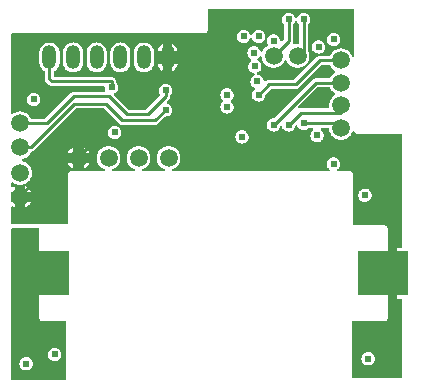
<source format=gbl>
G04 Layer: BottomLayer*
G04 EasyEDA v6.5.40, 2024-06-15 16:39:10*
G04 e63031535b224d068feaf967c7116de5,10*
G04 Gerber Generator version 0.2*
G04 Scale: 100 percent, Rotated: No, Reflected: No *
G04 Dimensions in millimeters *
G04 leading zeros omitted , absolute positions ,4 integer and 5 decimal *
%FSLAX45Y45*%
%MOMM*%

%AMMACRO1*21,1,$1,$2,0,0,$3*%
%ADD10C,0.2540*%
%ADD11C,1.5000*%
%ADD12MACRO1,4.2X3.8X0.0000*%
%ADD13O,1.1999976X1.9999959999999999*%
%ADD14C,0.6200*%
%ADD15C,0.0104*%

%LPD*%
G36*
X9961321Y7309561D02*
G01*
X9957562Y7310780D01*
X9954564Y7313320D01*
X9952786Y7316774D01*
X9952431Y7320686D01*
X9954310Y7325868D01*
X9956495Y7333081D01*
X9957308Y7341108D01*
X9957308Y7476185D01*
X9958019Y7479995D01*
X9960152Y7483246D01*
X9962946Y7486192D01*
X9968331Y7494168D01*
X9972446Y7503414D01*
X9974376Y7507224D01*
X9977678Y7509916D01*
X9981844Y7510983D01*
X9986060Y7510272D01*
X9989616Y7507884D01*
X9991852Y7504226D01*
X9993884Y7498486D01*
X9998557Y7490053D01*
X10004856Y7482331D01*
X10006533Y7479334D01*
X10007092Y7475931D01*
X10007092Y7324394D01*
X10006330Y7320534D01*
X10004094Y7317231D01*
X10000843Y7315047D01*
X9996932Y7314234D01*
X9988143Y7314234D01*
X9974783Y7312456D01*
X9965232Y7309815D01*
G37*

%LPD*%
G36*
X10008311Y6768490D02*
G01*
X10004145Y6770065D01*
X10001097Y6773316D01*
X9999675Y6777532D01*
X10000234Y6781952D01*
X10002621Y6785711D01*
X10160304Y6943394D01*
X10163606Y6945630D01*
X10167518Y6946392D01*
X10263682Y6946392D01*
X10267442Y6945680D01*
X10270642Y6943598D01*
X10272877Y6940499D01*
X10274706Y6936536D01*
X10281970Y6925157D01*
X10290657Y6914845D01*
X10300665Y6905802D01*
X10312095Y6897979D01*
X10314889Y6895084D01*
X10316362Y6891324D01*
X10316210Y6887260D01*
X10314533Y6883603D01*
X10311536Y6880859D01*
X10306100Y6877659D01*
X10295534Y6869328D01*
X10286136Y6859625D01*
X10278160Y6848805D01*
X10271709Y6836968D01*
X10266832Y6824370D01*
X10263733Y6811264D01*
X10262362Y6797852D01*
X10262819Y6784390D01*
X10263327Y6781444D01*
X10263124Y6777075D01*
X10261041Y6773214D01*
X10257586Y6770573D01*
X10253319Y6769608D01*
X10020808Y6769608D01*
G37*

%LPD*%
G36*
X10462768Y4483608D02*
G01*
X10458856Y4484370D01*
X10455605Y4486605D01*
X10453370Y4489856D01*
X10452608Y4493768D01*
X10452608Y4955032D01*
X10453370Y4958943D01*
X10455605Y4962194D01*
X10458856Y4964430D01*
X10462768Y4965192D01*
X10730890Y4965192D01*
X10737392Y4966004D01*
X10742930Y4968087D01*
X10748060Y4971643D01*
X10751108Y4974640D01*
X10753750Y4978247D01*
X10756239Y4983784D01*
X10757408Y4991252D01*
X10757408Y5752490D01*
X10756595Y5758992D01*
X10754512Y5764530D01*
X10750956Y5769660D01*
X10747959Y5772708D01*
X10744352Y5775350D01*
X10738815Y5777839D01*
X10731347Y5779008D01*
X10475468Y5779008D01*
X10471556Y5779770D01*
X10468305Y5782005D01*
X10466070Y5785256D01*
X10465308Y5789168D01*
X10465308Y6209690D01*
X10464495Y6216192D01*
X10462412Y6221730D01*
X10458856Y6226860D01*
X10455859Y6229908D01*
X10452252Y6232550D01*
X10446715Y6235039D01*
X10439247Y6236208D01*
X10340644Y6236208D01*
X10336530Y6237071D01*
X10333126Y6239560D01*
X10330992Y6243167D01*
X10330535Y6247384D01*
X10331805Y6251397D01*
X10334599Y6254546D01*
X10337292Y6256528D01*
X10343946Y6263487D01*
X10349331Y6271463D01*
X10353344Y6280251D01*
X10355732Y6289598D01*
X10356596Y6299200D01*
X10355732Y6308801D01*
X10353344Y6318148D01*
X10349331Y6326936D01*
X10343946Y6334912D01*
X10337292Y6341872D01*
X10329519Y6347612D01*
X10320883Y6351981D01*
X10311688Y6354775D01*
X10302138Y6356045D01*
X10292486Y6355588D01*
X10283037Y6353556D01*
X10274096Y6350000D01*
X10265867Y6344920D01*
X10258653Y6338570D01*
X10252557Y6331051D01*
X10247884Y6322618D01*
X10244683Y6313525D01*
X10243058Y6304026D01*
X10243058Y6294374D01*
X10244683Y6284874D01*
X10247884Y6275781D01*
X10252557Y6267348D01*
X10258653Y6259830D01*
X10265308Y6253988D01*
X10267746Y6250736D01*
X10268712Y6246774D01*
X10268102Y6242761D01*
X10265918Y6239357D01*
X10262565Y6237020D01*
X10258602Y6236208D01*
X8942070Y6236208D01*
X8938107Y6237020D01*
X8934805Y6239306D01*
X8932621Y6242710D01*
X8931960Y6246723D01*
X8932875Y6250635D01*
X8935262Y6253886D01*
X8938768Y6255969D01*
X8942070Y6257137D01*
X8954109Y6263182D01*
X8965234Y6270802D01*
X8975242Y6279845D01*
X8983929Y6290157D01*
X8991193Y6301536D01*
X8996832Y6313728D01*
X9000845Y6326632D01*
X9003080Y6339890D01*
X9003538Y6353352D01*
X9002166Y6366764D01*
X8999067Y6379870D01*
X8994190Y6392468D01*
X8987739Y6404305D01*
X8979763Y6415125D01*
X8970365Y6424828D01*
X8959799Y6433159D01*
X8948216Y6440017D01*
X8935770Y6445300D01*
X8922816Y6448856D01*
X8909456Y6450634D01*
X8895943Y6450634D01*
X8882583Y6448856D01*
X8869629Y6445300D01*
X8857183Y6440017D01*
X8845600Y6433159D01*
X8835034Y6424828D01*
X8825636Y6415125D01*
X8817660Y6404305D01*
X8811209Y6392468D01*
X8806332Y6379870D01*
X8803233Y6366764D01*
X8801862Y6353352D01*
X8802319Y6339890D01*
X8804554Y6326632D01*
X8808567Y6313728D01*
X8814206Y6301536D01*
X8821470Y6290157D01*
X8830157Y6279845D01*
X8840165Y6270802D01*
X8851290Y6263182D01*
X8863330Y6257137D01*
X8866632Y6255969D01*
X8870137Y6253886D01*
X8872524Y6250635D01*
X8873439Y6246723D01*
X8872778Y6242710D01*
X8870594Y6239306D01*
X8867292Y6237020D01*
X8863330Y6236208D01*
X8688070Y6236208D01*
X8684107Y6237020D01*
X8680805Y6239306D01*
X8678621Y6242710D01*
X8677960Y6246723D01*
X8678875Y6250635D01*
X8681262Y6253886D01*
X8684768Y6255969D01*
X8688070Y6257137D01*
X8700109Y6263182D01*
X8711234Y6270802D01*
X8721242Y6279845D01*
X8729929Y6290157D01*
X8737193Y6301536D01*
X8742832Y6313728D01*
X8746845Y6326632D01*
X8749080Y6339890D01*
X8749538Y6353352D01*
X8748166Y6366764D01*
X8745067Y6379870D01*
X8740190Y6392468D01*
X8733739Y6404305D01*
X8725763Y6415125D01*
X8716365Y6424828D01*
X8705799Y6433159D01*
X8694216Y6440017D01*
X8681770Y6445300D01*
X8668816Y6448856D01*
X8655456Y6450634D01*
X8641943Y6450634D01*
X8628583Y6448856D01*
X8615629Y6445300D01*
X8603183Y6440017D01*
X8591600Y6433159D01*
X8581034Y6424828D01*
X8571636Y6415125D01*
X8563660Y6404305D01*
X8557209Y6392468D01*
X8552332Y6379870D01*
X8549233Y6366764D01*
X8547862Y6353352D01*
X8548319Y6339890D01*
X8550554Y6326632D01*
X8554567Y6313728D01*
X8560206Y6301536D01*
X8567470Y6290157D01*
X8576157Y6279845D01*
X8586165Y6270802D01*
X8597290Y6263182D01*
X8609330Y6257137D01*
X8612632Y6255969D01*
X8616137Y6253886D01*
X8618524Y6250635D01*
X8619439Y6246723D01*
X8618778Y6242710D01*
X8616594Y6239306D01*
X8613292Y6237020D01*
X8609330Y6236208D01*
X8434070Y6236208D01*
X8430107Y6237020D01*
X8426805Y6239306D01*
X8424621Y6242710D01*
X8423960Y6246723D01*
X8424875Y6250635D01*
X8427262Y6253886D01*
X8430768Y6255969D01*
X8434070Y6257137D01*
X8446109Y6263182D01*
X8457234Y6270802D01*
X8467242Y6279845D01*
X8475929Y6290157D01*
X8483193Y6301536D01*
X8488832Y6313728D01*
X8492845Y6326632D01*
X8495080Y6339890D01*
X8495538Y6353352D01*
X8494166Y6366764D01*
X8491067Y6379870D01*
X8486190Y6392468D01*
X8479739Y6404305D01*
X8471763Y6415125D01*
X8462365Y6424828D01*
X8451799Y6433159D01*
X8440216Y6440017D01*
X8427770Y6445300D01*
X8414816Y6448856D01*
X8401456Y6450634D01*
X8387943Y6450634D01*
X8374583Y6448856D01*
X8361629Y6445300D01*
X8349183Y6440017D01*
X8337600Y6433159D01*
X8327034Y6424828D01*
X8317636Y6415125D01*
X8309660Y6404305D01*
X8303209Y6392468D01*
X8298332Y6379870D01*
X8295233Y6366764D01*
X8293862Y6353352D01*
X8294319Y6339890D01*
X8296554Y6326632D01*
X8300567Y6313728D01*
X8306206Y6301536D01*
X8313470Y6290157D01*
X8322157Y6279845D01*
X8332165Y6270802D01*
X8343290Y6263182D01*
X8355330Y6257137D01*
X8358631Y6255969D01*
X8362137Y6253886D01*
X8364524Y6250635D01*
X8365439Y6246723D01*
X8364778Y6242710D01*
X8362594Y6239306D01*
X8359292Y6237020D01*
X8355330Y6236208D01*
X8180070Y6236208D01*
X8177275Y6236766D01*
X8174380Y6236208D01*
X8107019Y6236208D01*
X8104124Y6236766D01*
X8101330Y6236208D01*
X8077809Y6236208D01*
X8071307Y6235395D01*
X8065770Y6233312D01*
X8060639Y6229756D01*
X8057591Y6226759D01*
X8054949Y6223152D01*
X8052460Y6217615D01*
X8051292Y6210147D01*
X8051292Y5801868D01*
X8050530Y5797956D01*
X8048294Y5794705D01*
X8045043Y5792470D01*
X8041131Y5791708D01*
X7579868Y5791708D01*
X7575956Y5792470D01*
X7572705Y5794705D01*
X7570470Y5797956D01*
X7569708Y5801868D01*
X7569708Y5930392D01*
X7570673Y5934659D01*
X7573314Y5938113D01*
X7577175Y5940145D01*
X7581544Y5940399D01*
X7585608Y5938723D01*
X7593990Y5932982D01*
X7601559Y5929172D01*
X7601559Y5975959D01*
X7579868Y5975959D01*
X7575956Y5976721D01*
X7572705Y5978906D01*
X7570470Y5982208D01*
X7569708Y5986119D01*
X7569708Y6053480D01*
X7570470Y6057392D01*
X7572705Y6060694D01*
X7575956Y6062878D01*
X7579868Y6063640D01*
X7601559Y6063640D01*
X7601559Y6110528D01*
X7599883Y6109817D01*
X7588300Y6102959D01*
X7586167Y6101283D01*
X7582103Y6099352D01*
X7577581Y6099352D01*
X7573518Y6101334D01*
X7570724Y6104839D01*
X7569708Y6109258D01*
X7569708Y6133592D01*
X7570673Y6137859D01*
X7573314Y6141313D01*
X7577175Y6143345D01*
X7581544Y6143599D01*
X7585608Y6141923D01*
X7593990Y6136182D01*
X7605522Y6130391D01*
X7608519Y6128054D01*
X7609128Y6127038D01*
X7611211Y6127546D01*
X7615021Y6126988D01*
X7618730Y6125718D01*
X7631938Y6123025D01*
X7645400Y6122111D01*
X7658862Y6123025D01*
X7672070Y6125718D01*
X7675778Y6126988D01*
X7679588Y6127546D01*
X7681671Y6127038D01*
X7682280Y6128054D01*
X7685278Y6130391D01*
X7696809Y6136182D01*
X7707934Y6143802D01*
X7717942Y6152845D01*
X7726629Y6163157D01*
X7733893Y6174536D01*
X7739532Y6186728D01*
X7743545Y6199632D01*
X7745780Y6212890D01*
X7746238Y6226352D01*
X7744866Y6239764D01*
X7741767Y6252870D01*
X7736890Y6265468D01*
X7730439Y6277305D01*
X7722463Y6288125D01*
X7713065Y6297828D01*
X7702499Y6306159D01*
X7690916Y6313017D01*
X7678470Y6318300D01*
X7668056Y6321145D01*
X7664094Y6323279D01*
X7661402Y6326886D01*
X7660589Y6331305D01*
X7661706Y6335623D01*
X7664602Y6339078D01*
X7668717Y6340906D01*
X7672070Y6341618D01*
X7684770Y6346037D01*
X7696809Y6352082D01*
X7707934Y6359702D01*
X7717942Y6368745D01*
X7726629Y6379057D01*
X7733893Y6390436D01*
X7736433Y6395872D01*
X7738973Y6399276D01*
X7742681Y6401358D01*
X7749031Y6403289D01*
X7755737Y6406845D01*
X7761935Y6411976D01*
X8115604Y6765594D01*
X8118906Y6767830D01*
X8122818Y6768592D01*
X8349081Y6768592D01*
X8352993Y6767830D01*
X8356295Y6765594D01*
X8481364Y6640575D01*
X8487562Y6635445D01*
X8494268Y6631889D01*
X8501481Y6629704D01*
X8509508Y6628892D01*
X8788654Y6628892D01*
X8796680Y6629704D01*
X8803894Y6631889D01*
X8810599Y6635445D01*
X8816797Y6640575D01*
X8872880Y6696608D01*
X8876385Y6698894D01*
X8890152Y6700824D01*
X8899347Y6703618D01*
X8907983Y6707987D01*
X8915755Y6713728D01*
X8922410Y6720687D01*
X8927795Y6728663D01*
X8931808Y6737451D01*
X8934196Y6746798D01*
X8935059Y6756400D01*
X8934196Y6766001D01*
X8931808Y6775348D01*
X8927795Y6784136D01*
X8922410Y6792112D01*
X8915755Y6799072D01*
X8907983Y6804812D01*
X8899347Y6809181D01*
X8893352Y6811009D01*
X8889695Y6813042D01*
X8887155Y6816293D01*
X8886139Y6820357D01*
X8886850Y6824421D01*
X8889136Y6827926D01*
X8904224Y6843064D01*
X8909354Y6849262D01*
X8912910Y6855968D01*
X8915095Y6863181D01*
X8915908Y6871208D01*
X8915908Y6875780D01*
X8916619Y6879590D01*
X8918752Y6882841D01*
X8921546Y6885787D01*
X8926931Y6893763D01*
X8930944Y6902551D01*
X8933332Y6911898D01*
X8934196Y6921500D01*
X8933332Y6931101D01*
X8930944Y6940448D01*
X8926931Y6949236D01*
X8921546Y6957212D01*
X8914892Y6964172D01*
X8907119Y6969912D01*
X8898483Y6974281D01*
X8889288Y6977075D01*
X8879738Y6978345D01*
X8870086Y6977888D01*
X8860637Y6975856D01*
X8851696Y6972300D01*
X8843467Y6967220D01*
X8836253Y6960870D01*
X8830157Y6953351D01*
X8825484Y6944918D01*
X8822283Y6935825D01*
X8820658Y6926325D01*
X8820658Y6916674D01*
X8822283Y6907174D01*
X8825484Y6898081D01*
X8830564Y6888988D01*
X8831783Y6884822D01*
X8831224Y6880504D01*
X8828836Y6876846D01*
X8711895Y6759905D01*
X8708593Y6757670D01*
X8704681Y6756908D01*
X8567318Y6756908D01*
X8563406Y6757670D01*
X8560104Y6759905D01*
X8440978Y6879031D01*
X8438845Y6882180D01*
X8437981Y6885889D01*
X8438591Y6889648D01*
X8440572Y6892950D01*
X8443569Y6895287D01*
X8449919Y6898487D01*
X8457692Y6904228D01*
X8464346Y6911187D01*
X8469731Y6919163D01*
X8473744Y6927951D01*
X8476132Y6937298D01*
X8476996Y6946900D01*
X8476132Y6956501D01*
X8473744Y6965848D01*
X8469731Y6974636D01*
X8464346Y6982612D01*
X8461552Y6985558D01*
X8459419Y6988809D01*
X8458708Y6992620D01*
X8458708Y6997192D01*
X8457895Y7005218D01*
X8455710Y7012431D01*
X8452154Y7019137D01*
X8447379Y7024979D01*
X8441537Y7029754D01*
X8434832Y7033310D01*
X8427618Y7035495D01*
X8419592Y7036308D01*
X7943342Y7036308D01*
X7939430Y7037070D01*
X7936179Y7039305D01*
X7933944Y7042556D01*
X7933181Y7046468D01*
X7933181Y7078268D01*
X7933842Y7081824D01*
X7935671Y7084923D01*
X7938465Y7087209D01*
X7941106Y7088631D01*
X7950962Y7095998D01*
X7959598Y7104634D01*
X7966964Y7114489D01*
X7972806Y7125208D01*
X7977124Y7136688D01*
X7979714Y7148677D01*
X7980629Y7161275D01*
X7980629Y7240524D01*
X7979714Y7253122D01*
X7977124Y7265111D01*
X7972806Y7276592D01*
X7966964Y7287310D01*
X7959598Y7297115D01*
X7950962Y7305802D01*
X7941106Y7313168D01*
X7930388Y7319009D01*
X7918907Y7323328D01*
X7906918Y7325918D01*
X7894675Y7326782D01*
X7882483Y7325918D01*
X7870494Y7323328D01*
X7859014Y7319009D01*
X7848244Y7313168D01*
X7838440Y7305802D01*
X7829803Y7297115D01*
X7822438Y7287310D01*
X7816596Y7276592D01*
X7812278Y7265111D01*
X7809687Y7253122D01*
X7808772Y7240524D01*
X7808772Y7161275D01*
X7809687Y7148677D01*
X7812278Y7136688D01*
X7816596Y7125208D01*
X7822438Y7114489D01*
X7829803Y7104634D01*
X7838440Y7095998D01*
X7848244Y7088631D01*
X7850682Y7087362D01*
X7853476Y7085075D01*
X7855305Y7081977D01*
X7855966Y7078421D01*
X7855966Y7015734D01*
X7856778Y7007707D01*
X7858963Y7000494D01*
X7862519Y6993788D01*
X7867650Y6987590D01*
X7884464Y6970775D01*
X7890662Y6965645D01*
X7897368Y6962089D01*
X7904581Y6959904D01*
X7912608Y6959092D01*
X8353298Y6959092D01*
X8357158Y6958330D01*
X8360460Y6956094D01*
X8362645Y6952843D01*
X8363458Y6948931D01*
X8363458Y6942074D01*
X8365083Y6932574D01*
X8368487Y6922871D01*
X8369046Y6919061D01*
X8368182Y6915302D01*
X8365947Y6912152D01*
X8362696Y6910019D01*
X8358936Y6909308D01*
X8103108Y6909308D01*
X8095081Y6908495D01*
X8087868Y6906310D01*
X8081162Y6902754D01*
X8074964Y6897624D01*
X7860995Y6683705D01*
X7857693Y6681470D01*
X7853781Y6680708D01*
X7745018Y6680708D01*
X7741513Y6681368D01*
X7738414Y6683197D01*
X7736128Y6685991D01*
X7730439Y6696405D01*
X7722463Y6707225D01*
X7713065Y6716928D01*
X7702499Y6725259D01*
X7690916Y6732117D01*
X7678470Y6737400D01*
X7665516Y6740956D01*
X7652156Y6742734D01*
X7638643Y6742734D01*
X7625283Y6740956D01*
X7612329Y6737400D01*
X7599883Y6732117D01*
X7588300Y6725259D01*
X7586167Y6723583D01*
X7582103Y6721652D01*
X7577581Y6721652D01*
X7573518Y6723634D01*
X7570724Y6727139D01*
X7569708Y6731558D01*
X7569708Y7393431D01*
X7570470Y7397343D01*
X7572705Y7400594D01*
X7575956Y7402830D01*
X7579868Y7403592D01*
X9206890Y7403592D01*
X9213392Y7404404D01*
X9218930Y7406487D01*
X9224060Y7410043D01*
X9227108Y7413040D01*
X9229750Y7416647D01*
X9232239Y7422184D01*
X9233408Y7429652D01*
X9233408Y7596631D01*
X9234170Y7600543D01*
X9236405Y7603794D01*
X9239656Y7606030D01*
X9243568Y7606792D01*
X10466832Y7606792D01*
X10470743Y7606030D01*
X10473994Y7603794D01*
X10476230Y7600543D01*
X10476992Y7596631D01*
X10476992Y7214768D01*
X10476230Y7210856D01*
X10473944Y7207554D01*
X10470642Y7205319D01*
X10466679Y7204608D01*
X10462768Y7205472D01*
X10459516Y7207758D01*
X10457332Y7211110D01*
X10454690Y7217968D01*
X10448239Y7229805D01*
X10440263Y7240625D01*
X10430865Y7250328D01*
X10420299Y7258659D01*
X10408716Y7265517D01*
X10396270Y7270800D01*
X10383316Y7274356D01*
X10369956Y7276134D01*
X10356443Y7276134D01*
X10343083Y7274356D01*
X10330129Y7270800D01*
X10317683Y7265517D01*
X10306100Y7258659D01*
X10295534Y7250328D01*
X10286136Y7240625D01*
X10278160Y7229805D01*
X10272471Y7219391D01*
X10270185Y7216597D01*
X10267086Y7214768D01*
X10263581Y7214108D01*
X10186924Y7214108D01*
X10182910Y7214920D01*
X10181488Y7215936D01*
X10180777Y7215022D01*
X10177221Y7213142D01*
X10170668Y7211110D01*
X10163962Y7207554D01*
X10157764Y7202424D01*
X9969195Y7013905D01*
X9965893Y7011670D01*
X9961981Y7010908D01*
X9754108Y7010908D01*
X9746081Y7010095D01*
X9738868Y7007910D01*
X9732213Y7004405D01*
X9724898Y6998258D01*
X9720986Y6996226D01*
X9716566Y6996023D01*
X9712502Y6997700D01*
X9709556Y7000951D01*
X9708235Y7005167D01*
X9708032Y7007301D01*
X9705644Y7016648D01*
X9701631Y7025436D01*
X9696246Y7033412D01*
X9689592Y7040372D01*
X9681819Y7046112D01*
X9673183Y7050481D01*
X9663988Y7053275D01*
X9659061Y7053935D01*
X9655048Y7055358D01*
X9651949Y7058304D01*
X9650374Y7062266D01*
X9650526Y7066584D01*
X9652457Y7070394D01*
X9655810Y7073087D01*
X9662109Y7076287D01*
X9669881Y7082028D01*
X9676587Y7088987D01*
X9681972Y7096963D01*
X9685934Y7105751D01*
X9688372Y7115098D01*
X9689185Y7124700D01*
X9688372Y7134301D01*
X9685934Y7143648D01*
X9681972Y7152436D01*
X9676587Y7160412D01*
X9669881Y7167372D01*
X9662109Y7173112D01*
X9659467Y7174484D01*
X9656216Y7177024D01*
X9654286Y7180681D01*
X9653930Y7184745D01*
X9655251Y7188657D01*
X9657994Y7191705D01*
X9664192Y7196328D01*
X9670846Y7203287D01*
X9673031Y7206538D01*
X9675926Y7209332D01*
X9679635Y7210806D01*
X9683597Y7210755D01*
X9687306Y7209180D01*
X9690049Y7206284D01*
X9691471Y7202525D01*
X9693554Y7190231D01*
X9697567Y7177328D01*
X9703206Y7165136D01*
X9710470Y7153757D01*
X9719157Y7143445D01*
X9729165Y7134402D01*
X9740290Y7126782D01*
X9752330Y7120737D01*
X9765030Y7116318D01*
X9778238Y7113625D01*
X9791700Y7112711D01*
X9805162Y7113625D01*
X9818370Y7116318D01*
X9831070Y7120737D01*
X9843109Y7126782D01*
X9854234Y7134402D01*
X9864242Y7143445D01*
X9872929Y7153757D01*
X9880193Y7165136D01*
X9884105Y7173569D01*
X9886340Y7176668D01*
X9889540Y7178700D01*
X9893300Y7179411D01*
X9897059Y7178700D01*
X9900259Y7176668D01*
X9902494Y7173569D01*
X9906406Y7165136D01*
X9913670Y7153757D01*
X9922357Y7143445D01*
X9932365Y7134402D01*
X9943490Y7126782D01*
X9955530Y7120737D01*
X9968230Y7116318D01*
X9981438Y7113625D01*
X9994900Y7112711D01*
X10008362Y7113625D01*
X10021570Y7116318D01*
X10034270Y7120737D01*
X10046309Y7126782D01*
X10057434Y7134402D01*
X10067442Y7143445D01*
X10076129Y7153757D01*
X10083393Y7165136D01*
X10089032Y7177328D01*
X10093045Y7190231D01*
X10095280Y7203490D01*
X10095738Y7216952D01*
X10094366Y7230364D01*
X10091267Y7243470D01*
X10086390Y7256068D01*
X10084612Y7259980D01*
X10084308Y7262520D01*
X10084308Y7476185D01*
X10085019Y7479995D01*
X10087152Y7483246D01*
X10089946Y7486192D01*
X10095331Y7494168D01*
X10099344Y7502956D01*
X10101732Y7512303D01*
X10102596Y7521905D01*
X10101732Y7531506D01*
X10099344Y7540853D01*
X10095331Y7549642D01*
X10089946Y7557617D01*
X10083292Y7564577D01*
X10075519Y7570317D01*
X10066883Y7574686D01*
X10057688Y7577480D01*
X10048138Y7578750D01*
X10038486Y7578293D01*
X10029037Y7576261D01*
X10020096Y7572705D01*
X10011867Y7567625D01*
X10004653Y7561275D01*
X9998557Y7553756D01*
X9993884Y7545324D01*
X9991852Y7539583D01*
X9989616Y7535925D01*
X9986060Y7533538D01*
X9981844Y7532827D01*
X9977678Y7533894D01*
X9974376Y7536586D01*
X9968331Y7549642D01*
X9962946Y7557617D01*
X9956292Y7564577D01*
X9948519Y7570317D01*
X9939883Y7574686D01*
X9930688Y7577480D01*
X9921138Y7578750D01*
X9911486Y7578293D01*
X9902037Y7576261D01*
X9893096Y7572705D01*
X9884867Y7567625D01*
X9877653Y7561275D01*
X9871557Y7553756D01*
X9866884Y7545324D01*
X9863683Y7536230D01*
X9862058Y7526731D01*
X9862058Y7517079D01*
X9863683Y7507579D01*
X9866884Y7498486D01*
X9871557Y7490053D01*
X9877856Y7482331D01*
X9879533Y7479334D01*
X9880092Y7475931D01*
X9880092Y7360818D01*
X9879330Y7356906D01*
X9877094Y7353604D01*
X9865258Y7341768D01*
X9862058Y7339584D01*
X9858349Y7338771D01*
X9854590Y7339380D01*
X9851288Y7341362D01*
X9848951Y7344409D01*
X9847935Y7348067D01*
X9847732Y7350201D01*
X9845344Y7359548D01*
X9841331Y7368336D01*
X9835946Y7376312D01*
X9829292Y7383272D01*
X9821519Y7389012D01*
X9812883Y7393381D01*
X9803688Y7396175D01*
X9794138Y7397445D01*
X9784486Y7396988D01*
X9775037Y7394956D01*
X9766096Y7391400D01*
X9757867Y7386320D01*
X9750653Y7379970D01*
X9744557Y7372451D01*
X9739782Y7363866D01*
X9737242Y7360920D01*
X9733788Y7359091D01*
X9732467Y7358989D01*
X9733838Y7357770D01*
X9735667Y7354011D01*
X9735820Y7349845D01*
X9735058Y7345425D01*
X9735058Y7335774D01*
X9736683Y7326274D01*
X9739884Y7317181D01*
X9742322Y7312863D01*
X9743490Y7309154D01*
X9743236Y7305243D01*
X9741509Y7301738D01*
X9738614Y7299147D01*
X9734600Y7296759D01*
X9724034Y7288428D01*
X9714636Y7278725D01*
X9706660Y7267905D01*
X9700209Y7256068D01*
X9697618Y7251852D01*
X9694062Y7249515D01*
X9689846Y7248906D01*
X9685782Y7249972D01*
X9682530Y7252665D01*
X9680600Y7256475D01*
X9680244Y7257948D01*
X9676231Y7266736D01*
X9670846Y7274712D01*
X9664192Y7281672D01*
X9656419Y7287412D01*
X9647783Y7291781D01*
X9638588Y7294575D01*
X9629038Y7295845D01*
X9619386Y7295388D01*
X9609937Y7293356D01*
X9600996Y7289800D01*
X9592767Y7284720D01*
X9585553Y7278370D01*
X9579457Y7270851D01*
X9574784Y7262418D01*
X9571583Y7253325D01*
X9569958Y7243825D01*
X9569958Y7234174D01*
X9571583Y7224674D01*
X9574784Y7215581D01*
X9579457Y7207148D01*
X9585553Y7199630D01*
X9592767Y7193280D01*
X9600133Y7188758D01*
X9603130Y7185914D01*
X9604756Y7182154D01*
X9604756Y7178040D01*
X9603130Y7174280D01*
X9600133Y7171436D01*
X9598507Y7170420D01*
X9591243Y7164070D01*
X9585198Y7156551D01*
X9580473Y7148118D01*
X9577273Y7139025D01*
X9575647Y7129525D01*
X9575647Y7119874D01*
X9577273Y7110374D01*
X9580473Y7101281D01*
X9585198Y7092848D01*
X9591243Y7085330D01*
X9598507Y7078980D01*
X9606686Y7073900D01*
X9615678Y7070344D01*
X9625584Y7068159D01*
X9629495Y7066432D01*
X9632340Y7063181D01*
X9633559Y7059117D01*
X9633051Y7054850D01*
X9630765Y7051243D01*
X9618167Y7043420D01*
X9610953Y7037070D01*
X9604857Y7029551D01*
X9600184Y7021118D01*
X9596983Y7012025D01*
X9595358Y7002525D01*
X9595358Y6992874D01*
X9596983Y6983374D01*
X9600184Y6974281D01*
X9604857Y6965848D01*
X9610953Y6958330D01*
X9618167Y6951980D01*
X9626396Y6946900D01*
X9628022Y6946239D01*
X9631476Y6944004D01*
X9633712Y6940550D01*
X9634423Y6936486D01*
X9633458Y6932472D01*
X9630968Y6929221D01*
X9623653Y6922770D01*
X9617557Y6915251D01*
X9612884Y6906818D01*
X9609683Y6897725D01*
X9608058Y6888225D01*
X9608058Y6878574D01*
X9609683Y6869074D01*
X9612884Y6859981D01*
X9617557Y6851548D01*
X9623653Y6844030D01*
X9630867Y6837680D01*
X9639096Y6832600D01*
X9648037Y6829044D01*
X9657486Y6827012D01*
X9667138Y6826554D01*
X9676688Y6827824D01*
X9685883Y6830618D01*
X9694519Y6834987D01*
X9702292Y6840728D01*
X9708946Y6847687D01*
X9714331Y6855663D01*
X9718344Y6864451D01*
X9720732Y6873798D01*
X9721443Y6882180D01*
X9722358Y6885584D01*
X9724390Y6888530D01*
X9766604Y6930694D01*
X9769906Y6932930D01*
X9773818Y6933692D01*
X9981692Y6933692D01*
X9989718Y6934504D01*
X9996932Y6936689D01*
X10003637Y6940245D01*
X10009835Y6945375D01*
X10198404Y7133894D01*
X10201706Y7136130D01*
X10205618Y7136892D01*
X10263682Y7136892D01*
X10267442Y7136180D01*
X10270642Y7134098D01*
X10272877Y7130999D01*
X10274706Y7127036D01*
X10281970Y7115657D01*
X10290657Y7105345D01*
X10300665Y7096302D01*
X10312095Y7088479D01*
X10314889Y7085584D01*
X10316362Y7081824D01*
X10316210Y7077760D01*
X10314533Y7074103D01*
X10311536Y7071359D01*
X10306100Y7068159D01*
X10295534Y7059828D01*
X10286136Y7050125D01*
X10278160Y7039305D01*
X10272471Y7028891D01*
X10270185Y7026097D01*
X10267086Y7024268D01*
X10263581Y7023608D01*
X10147808Y7023608D01*
X10139781Y7022795D01*
X10132568Y7020610D01*
X10125862Y7017054D01*
X10119664Y7011924D01*
X9796729Y6688988D01*
X9793630Y6686905D01*
X9789972Y6686042D01*
X9784486Y6685788D01*
X9775037Y6683756D01*
X9766096Y6680200D01*
X9757867Y6675120D01*
X9750653Y6668770D01*
X9744557Y6661251D01*
X9739884Y6652818D01*
X9736683Y6643725D01*
X9735058Y6634225D01*
X9735058Y6624574D01*
X9736683Y6615074D01*
X9739884Y6605981D01*
X9744557Y6597548D01*
X9750653Y6590030D01*
X9757867Y6583680D01*
X9766096Y6578600D01*
X9775037Y6575044D01*
X9784486Y6573012D01*
X9794138Y6572554D01*
X9803688Y6573824D01*
X9812883Y6576618D01*
X9821519Y6580987D01*
X9829292Y6586728D01*
X9835946Y6593687D01*
X9841331Y6601663D01*
X9845446Y6610908D01*
X9847376Y6614718D01*
X9850678Y6617411D01*
X9854844Y6618478D01*
X9859060Y6617766D01*
X9862616Y6615379D01*
X9864852Y6611721D01*
X9866884Y6605981D01*
X9871557Y6597548D01*
X9877653Y6590030D01*
X9884867Y6583680D01*
X9893096Y6578600D01*
X9902037Y6575044D01*
X9911486Y6573012D01*
X9921138Y6572554D01*
X9930688Y6573824D01*
X9939883Y6576618D01*
X9948519Y6580987D01*
X9956292Y6586728D01*
X9962946Y6593687D01*
X9968331Y6601663D01*
X9972344Y6610451D01*
X9974326Y6618224D01*
X9976256Y6622034D01*
X9979609Y6624726D01*
X9983724Y6625793D01*
X9987940Y6625081D01*
X9991496Y6622694D01*
X9998557Y6610248D01*
X10004653Y6602730D01*
X10011867Y6596380D01*
X10020096Y6591300D01*
X10029037Y6587744D01*
X10038486Y6585712D01*
X10048138Y6585254D01*
X10057688Y6586524D01*
X10066883Y6589318D01*
X10075519Y6593687D01*
X10087559Y6602679D01*
X10091521Y6603492D01*
X10118902Y6603492D01*
X10122865Y6602679D01*
X10126218Y6600342D01*
X10128402Y6596938D01*
X10129012Y6592925D01*
X10128046Y6588963D01*
X10125608Y6585712D01*
X10118953Y6579870D01*
X10112857Y6572351D01*
X10108184Y6563918D01*
X10104983Y6554825D01*
X10103358Y6545326D01*
X10103358Y6535674D01*
X10104983Y6526174D01*
X10108184Y6517081D01*
X10112857Y6508648D01*
X10118953Y6501130D01*
X10126167Y6494780D01*
X10134396Y6489700D01*
X10143337Y6486144D01*
X10152786Y6484112D01*
X10162438Y6483654D01*
X10171988Y6484924D01*
X10181183Y6487718D01*
X10189819Y6492087D01*
X10197592Y6497828D01*
X10204246Y6504787D01*
X10209631Y6512763D01*
X10213644Y6521551D01*
X10216032Y6530898D01*
X10216896Y6540500D01*
X10216032Y6550101D01*
X10213644Y6559448D01*
X10209631Y6568236D01*
X10204246Y6576212D01*
X10197592Y6583172D01*
X10194899Y6585153D01*
X10192105Y6588302D01*
X10190835Y6592316D01*
X10191292Y6596532D01*
X10193426Y6600139D01*
X10196830Y6602628D01*
X10200944Y6603492D01*
X10252659Y6603492D01*
X10256164Y6602882D01*
X10259263Y6601053D01*
X10261498Y6598361D01*
X10262717Y6594957D01*
X10265054Y6580581D01*
X10269067Y6567728D01*
X10274706Y6555536D01*
X10281970Y6544157D01*
X10290657Y6533845D01*
X10300665Y6524802D01*
X10311790Y6517182D01*
X10323830Y6511137D01*
X10336530Y6506718D01*
X10349738Y6504025D01*
X10363200Y6503111D01*
X10376662Y6504025D01*
X10389870Y6506718D01*
X10402570Y6511137D01*
X10414609Y6517182D01*
X10425734Y6524802D01*
X10435742Y6533845D01*
X10444429Y6544157D01*
X10451693Y6555536D01*
X10457332Y6567728D01*
X10458653Y6571945D01*
X10460685Y6575602D01*
X10463987Y6578092D01*
X10468051Y6579108D01*
X10472166Y6578346D01*
X10475620Y6576059D01*
X10477855Y6572554D01*
X10479887Y6567170D01*
X10483443Y6562039D01*
X10486440Y6558991D01*
X10490047Y6556349D01*
X10495584Y6553860D01*
X10503052Y6552692D01*
X10873232Y6552692D01*
X10877143Y6551930D01*
X10880394Y6549694D01*
X10882630Y6546443D01*
X10883392Y6542531D01*
X10883392Y5598160D01*
X10882630Y5594299D01*
X10880394Y5590997D01*
X10877143Y5588762D01*
X10873232Y5588000D01*
X10833557Y5588000D01*
X10833557Y5473446D01*
X10873232Y5473446D01*
X10877143Y5472684D01*
X10880394Y5470448D01*
X10882630Y5467197D01*
X10883392Y5463286D01*
X10883392Y5280914D01*
X10882630Y5277002D01*
X10880394Y5273751D01*
X10877143Y5271516D01*
X10873232Y5270754D01*
X10833557Y5270754D01*
X10833557Y5156200D01*
X10873232Y5156200D01*
X10877143Y5155438D01*
X10880394Y5153202D01*
X10882630Y5149900D01*
X10883392Y5146040D01*
X10883392Y4493768D01*
X10882630Y4489856D01*
X10880394Y4486605D01*
X10877143Y4484370D01*
X10873232Y4483608D01*
G37*

%LPC*%
G36*
X10594238Y4592218D02*
G01*
X10603788Y4593488D01*
X10612983Y4596282D01*
X10621619Y4600651D01*
X10629392Y4606391D01*
X10636046Y4613351D01*
X10641431Y4621326D01*
X10645444Y4630115D01*
X10647832Y4639462D01*
X10648696Y4649063D01*
X10647832Y4658664D01*
X10645444Y4668012D01*
X10641431Y4676800D01*
X10636046Y4684776D01*
X10629392Y4691735D01*
X10621619Y4697476D01*
X10612983Y4701844D01*
X10603788Y4704638D01*
X10594238Y4705908D01*
X10584586Y4705451D01*
X10575137Y4703419D01*
X10566196Y4699863D01*
X10557967Y4694783D01*
X10550753Y4688433D01*
X10544657Y4680915D01*
X10539984Y4672482D01*
X10536783Y4663389D01*
X10535158Y4653889D01*
X10535158Y4644237D01*
X10536783Y4634738D01*
X10539984Y4625644D01*
X10544657Y4617212D01*
X10550753Y4609693D01*
X10557967Y4603343D01*
X10566196Y4598263D01*
X10575137Y4594707D01*
X10584586Y4592675D01*
G37*
G36*
X7689240Y5929172D02*
G01*
X7696809Y5932982D01*
X7707934Y5940602D01*
X7717942Y5949645D01*
X7726629Y5959957D01*
X7733893Y5971336D01*
X7736027Y5975959D01*
X7689240Y5975959D01*
G37*
G36*
X10568838Y5976518D02*
G01*
X10578388Y5977788D01*
X10587583Y5980582D01*
X10596219Y5984951D01*
X10603992Y5990691D01*
X10610646Y5997651D01*
X10616031Y6005626D01*
X10620044Y6014415D01*
X10622432Y6023762D01*
X10623296Y6033363D01*
X10622432Y6042964D01*
X10620044Y6052312D01*
X10616031Y6061100D01*
X10610646Y6069076D01*
X10603992Y6076035D01*
X10596219Y6081776D01*
X10587583Y6086144D01*
X10578388Y6088938D01*
X10568838Y6090208D01*
X10559186Y6089751D01*
X10549737Y6087719D01*
X10540796Y6084163D01*
X10532567Y6079083D01*
X10525353Y6072733D01*
X10519257Y6065215D01*
X10514584Y6056782D01*
X10511383Y6047689D01*
X10509758Y6038189D01*
X10509758Y6028537D01*
X10511383Y6019038D01*
X10514584Y6009944D01*
X10519257Y6001512D01*
X10525353Y5993993D01*
X10532567Y5987643D01*
X10540796Y5982563D01*
X10549737Y5979007D01*
X10559186Y5976975D01*
G37*
G36*
X7689240Y6063640D02*
G01*
X7736128Y6063640D01*
X7730439Y6074105D01*
X7722463Y6084925D01*
X7713065Y6094628D01*
X7702499Y6102959D01*
X7690916Y6109817D01*
X7689240Y6110528D01*
G37*
G36*
X8096859Y6259372D02*
G01*
X8096859Y6306159D01*
X8050072Y6306159D01*
X8052206Y6301536D01*
X8059470Y6290157D01*
X8068157Y6279845D01*
X8078165Y6270802D01*
X8089290Y6263182D01*
G37*
G36*
X8184540Y6259372D02*
G01*
X8192109Y6263182D01*
X8203234Y6270802D01*
X8213242Y6279845D01*
X8221929Y6290157D01*
X8229193Y6301536D01*
X8231327Y6306159D01*
X8184540Y6306159D01*
G37*
G36*
X8184540Y6393840D02*
G01*
X8231428Y6393840D01*
X8225739Y6404305D01*
X8217763Y6415125D01*
X8208365Y6424828D01*
X8197799Y6433159D01*
X8186216Y6440017D01*
X8184540Y6440728D01*
G37*
G36*
X8049971Y6393840D02*
G01*
X8096859Y6393840D01*
X8096859Y6440728D01*
X8095183Y6440017D01*
X8083600Y6433159D01*
X8073034Y6424828D01*
X8063636Y6415125D01*
X8055660Y6404305D01*
G37*
G36*
X9527438Y6470954D02*
G01*
X9536988Y6472224D01*
X9546183Y6475018D01*
X9554819Y6479387D01*
X9562592Y6485128D01*
X9569246Y6492087D01*
X9574631Y6500063D01*
X9578644Y6508851D01*
X9581032Y6518198D01*
X9581896Y6527800D01*
X9581032Y6537401D01*
X9578644Y6546748D01*
X9574631Y6555536D01*
X9569246Y6563512D01*
X9562592Y6570472D01*
X9554819Y6576212D01*
X9546183Y6580581D01*
X9536988Y6583375D01*
X9527438Y6584645D01*
X9517786Y6584188D01*
X9508337Y6582156D01*
X9499396Y6578600D01*
X9491167Y6573520D01*
X9483953Y6567170D01*
X9477857Y6559651D01*
X9473184Y6551218D01*
X9469983Y6542125D01*
X9468358Y6532626D01*
X9468358Y6522974D01*
X9469983Y6513474D01*
X9473184Y6504381D01*
X9477857Y6495948D01*
X9483953Y6488430D01*
X9491167Y6482080D01*
X9499396Y6477000D01*
X9508337Y6473444D01*
X9517786Y6471412D01*
G37*
G36*
X8447938Y6509054D02*
G01*
X8457488Y6510324D01*
X8466683Y6513118D01*
X8475319Y6517487D01*
X8483092Y6523228D01*
X8489746Y6530187D01*
X8495131Y6538163D01*
X8499144Y6546951D01*
X8501532Y6556298D01*
X8502396Y6565900D01*
X8501532Y6575501D01*
X8499144Y6584848D01*
X8495131Y6593636D01*
X8489746Y6601612D01*
X8483092Y6608572D01*
X8475319Y6614312D01*
X8466683Y6618681D01*
X8457488Y6621475D01*
X8447938Y6622745D01*
X8438286Y6622288D01*
X8428837Y6620256D01*
X8419896Y6616700D01*
X8411667Y6611620D01*
X8404453Y6605270D01*
X8398357Y6597751D01*
X8393684Y6589318D01*
X8390483Y6580225D01*
X8388858Y6570725D01*
X8388858Y6561074D01*
X8390483Y6551574D01*
X8393684Y6542481D01*
X8398357Y6534048D01*
X8404453Y6526530D01*
X8411667Y6520180D01*
X8419896Y6515100D01*
X8428837Y6511544D01*
X8438286Y6509512D01*
G37*
G36*
X9400438Y6724954D02*
G01*
X9409988Y6726224D01*
X9419183Y6729018D01*
X9427819Y6733387D01*
X9435592Y6739128D01*
X9442246Y6746087D01*
X9447631Y6754063D01*
X9451644Y6762851D01*
X9454032Y6772198D01*
X9454896Y6781800D01*
X9454032Y6791401D01*
X9451644Y6800748D01*
X9447631Y6809536D01*
X9442246Y6817512D01*
X9434982Y6825132D01*
X9432899Y6828383D01*
X9432137Y6833057D01*
X9432899Y6836816D01*
X9434982Y6840067D01*
X9442246Y6847687D01*
X9447631Y6855663D01*
X9451644Y6864451D01*
X9454032Y6873798D01*
X9454896Y6883400D01*
X9454032Y6893001D01*
X9451644Y6902348D01*
X9447631Y6911136D01*
X9442246Y6919112D01*
X9435592Y6926072D01*
X9427819Y6931812D01*
X9419183Y6936181D01*
X9409988Y6938975D01*
X9400438Y6940245D01*
X9390786Y6939788D01*
X9381337Y6937756D01*
X9372396Y6934200D01*
X9364167Y6929120D01*
X9356953Y6922770D01*
X9350857Y6915251D01*
X9346184Y6906818D01*
X9342983Y6897725D01*
X9341358Y6888225D01*
X9341358Y6878574D01*
X9342983Y6869074D01*
X9346184Y6859981D01*
X9350857Y6851548D01*
X9356953Y6844030D01*
X9361271Y6840220D01*
X9363811Y6836765D01*
X9364726Y6832600D01*
X9363811Y6828434D01*
X9361271Y6824980D01*
X9356953Y6821170D01*
X9350857Y6813651D01*
X9346184Y6805218D01*
X9342983Y6796125D01*
X9341358Y6786625D01*
X9341358Y6776974D01*
X9342983Y6767474D01*
X9346184Y6758381D01*
X9350857Y6749948D01*
X9356953Y6742430D01*
X9364167Y6736080D01*
X9372396Y6731000D01*
X9381337Y6727444D01*
X9390786Y6725412D01*
G37*
G36*
X7762138Y6787692D02*
G01*
X7771688Y6788962D01*
X7780883Y6791756D01*
X7789519Y6796125D01*
X7797292Y6801866D01*
X7803946Y6808825D01*
X7809331Y6816801D01*
X7813344Y6825589D01*
X7815732Y6834936D01*
X7816596Y6844538D01*
X7815732Y6854139D01*
X7813344Y6863486D01*
X7809331Y6872274D01*
X7803946Y6880250D01*
X7797292Y6887209D01*
X7789519Y6892950D01*
X7780883Y6897319D01*
X7771688Y6900113D01*
X7762138Y6901383D01*
X7752486Y6900925D01*
X7743037Y6898894D01*
X7734096Y6895338D01*
X7725867Y6890258D01*
X7718653Y6883908D01*
X7712557Y6876389D01*
X7707884Y6867956D01*
X7704683Y6858863D01*
X7703058Y6849364D01*
X7703058Y6839712D01*
X7704683Y6830212D01*
X7707884Y6821119D01*
X7712557Y6812686D01*
X7718653Y6805168D01*
X7725867Y6798818D01*
X7734096Y6793738D01*
X7743037Y6790181D01*
X7752486Y6788150D01*
G37*
G36*
X8694724Y7075017D02*
G01*
X8706916Y7075881D01*
X8718905Y7078472D01*
X8730386Y7082790D01*
X8741156Y7088631D01*
X8750960Y7095998D01*
X8759596Y7104634D01*
X8766962Y7114489D01*
X8772804Y7125208D01*
X8777122Y7136688D01*
X8779713Y7148677D01*
X8780627Y7161275D01*
X8780627Y7240524D01*
X8779713Y7253122D01*
X8777122Y7265111D01*
X8772804Y7276592D01*
X8766962Y7287310D01*
X8759596Y7297115D01*
X8750960Y7305802D01*
X8741156Y7313168D01*
X8730386Y7319009D01*
X8718905Y7323328D01*
X8706916Y7325918D01*
X8694724Y7326782D01*
X8682482Y7325918D01*
X8670493Y7323328D01*
X8659012Y7319009D01*
X8648293Y7313168D01*
X8638438Y7305802D01*
X8629802Y7297115D01*
X8622436Y7287310D01*
X8616594Y7276592D01*
X8612276Y7265111D01*
X8609685Y7253122D01*
X8608771Y7240524D01*
X8608771Y7161275D01*
X8609685Y7148677D01*
X8612276Y7136688D01*
X8616594Y7125208D01*
X8622436Y7114489D01*
X8629802Y7104634D01*
X8638438Y7095998D01*
X8648293Y7088631D01*
X8659012Y7082790D01*
X8670493Y7078472D01*
X8682482Y7075881D01*
G37*
G36*
X8094675Y7075017D02*
G01*
X8106918Y7075881D01*
X8118906Y7078472D01*
X8130387Y7082790D01*
X8141106Y7088631D01*
X8150961Y7095998D01*
X8159597Y7104634D01*
X8166963Y7114489D01*
X8172805Y7125208D01*
X8177123Y7136688D01*
X8179714Y7148677D01*
X8180628Y7161275D01*
X8180628Y7240524D01*
X8179714Y7253122D01*
X8177123Y7265111D01*
X8172805Y7276592D01*
X8166963Y7287310D01*
X8159597Y7297115D01*
X8150961Y7305802D01*
X8141106Y7313168D01*
X8130387Y7319009D01*
X8118906Y7323328D01*
X8106918Y7325918D01*
X8094675Y7326782D01*
X8082483Y7325918D01*
X8070494Y7323328D01*
X8059013Y7319009D01*
X8048244Y7313168D01*
X8038439Y7305802D01*
X8029803Y7297115D01*
X8022437Y7287310D01*
X8016595Y7276592D01*
X8012277Y7265111D01*
X8009686Y7253122D01*
X8008772Y7240524D01*
X8008772Y7161275D01*
X8009686Y7148677D01*
X8012277Y7136688D01*
X8016595Y7125208D01*
X8022437Y7114489D01*
X8029803Y7104634D01*
X8038439Y7095998D01*
X8048244Y7088631D01*
X8059013Y7082790D01*
X8070494Y7078472D01*
X8082483Y7075881D01*
G37*
G36*
X8294725Y7075017D02*
G01*
X8306917Y7075881D01*
X8318906Y7078472D01*
X8330387Y7082790D01*
X8341156Y7088631D01*
X8350961Y7095998D01*
X8359597Y7104634D01*
X8366963Y7114489D01*
X8372805Y7125208D01*
X8377123Y7136688D01*
X8379714Y7148677D01*
X8380628Y7161275D01*
X8380628Y7240524D01*
X8379714Y7253122D01*
X8377123Y7265111D01*
X8372805Y7276592D01*
X8366963Y7287310D01*
X8359597Y7297115D01*
X8350961Y7305802D01*
X8341156Y7313168D01*
X8330387Y7319009D01*
X8318906Y7323328D01*
X8306917Y7325918D01*
X8294725Y7326782D01*
X8282482Y7325918D01*
X8270494Y7323328D01*
X8259013Y7319009D01*
X8248294Y7313168D01*
X8238439Y7305802D01*
X8229803Y7297115D01*
X8222437Y7287310D01*
X8216595Y7276592D01*
X8212277Y7265111D01*
X8209686Y7253122D01*
X8208772Y7240524D01*
X8208772Y7161275D01*
X8209686Y7148677D01*
X8212277Y7136688D01*
X8216595Y7125208D01*
X8222437Y7114489D01*
X8229803Y7104634D01*
X8238439Y7095998D01*
X8248294Y7088631D01*
X8259013Y7082790D01*
X8270494Y7078472D01*
X8282482Y7075881D01*
G37*
G36*
X8494725Y7075017D02*
G01*
X8506917Y7075881D01*
X8518906Y7078472D01*
X8530386Y7082790D01*
X8541156Y7088631D01*
X8550960Y7095998D01*
X8559596Y7104634D01*
X8566962Y7114489D01*
X8572804Y7125208D01*
X8577122Y7136688D01*
X8579713Y7148677D01*
X8580628Y7161275D01*
X8580628Y7240524D01*
X8579713Y7253122D01*
X8577122Y7265111D01*
X8572804Y7276592D01*
X8566962Y7287310D01*
X8559596Y7297115D01*
X8550960Y7305802D01*
X8541156Y7313168D01*
X8530386Y7319009D01*
X8518906Y7323328D01*
X8506917Y7325918D01*
X8494725Y7326782D01*
X8482482Y7325918D01*
X8470493Y7323328D01*
X8459012Y7319009D01*
X8448294Y7313168D01*
X8438438Y7305802D01*
X8429802Y7297115D01*
X8422436Y7287310D01*
X8416594Y7276592D01*
X8412276Y7265111D01*
X8409686Y7253122D01*
X8408771Y7240524D01*
X8408771Y7161275D01*
X8409686Y7148677D01*
X8412276Y7136688D01*
X8416594Y7125208D01*
X8422436Y7114489D01*
X8429802Y7104634D01*
X8438438Y7095998D01*
X8448294Y7088631D01*
X8459012Y7082790D01*
X8470493Y7078472D01*
X8482482Y7075881D01*
G37*
G36*
X8858351Y7083145D02*
G01*
X8858351Y7144562D01*
X8810599Y7144562D01*
X8812276Y7136688D01*
X8816594Y7125208D01*
X8822436Y7114489D01*
X8829802Y7104634D01*
X8838438Y7095998D01*
X8848293Y7088631D01*
G37*
G36*
X8931046Y7083145D02*
G01*
X8941155Y7088631D01*
X8950960Y7095998D01*
X8959596Y7104634D01*
X8966962Y7114489D01*
X8972804Y7125208D01*
X8977122Y7136688D01*
X8978798Y7144562D01*
X8931046Y7144562D01*
G37*
G36*
X10179710Y7231227D02*
G01*
X10180370Y7232040D01*
X10183977Y7233970D01*
X10193883Y7237018D01*
X10202519Y7241387D01*
X10210292Y7247128D01*
X10216946Y7254087D01*
X10222331Y7262063D01*
X10226344Y7270851D01*
X10228732Y7280198D01*
X10229596Y7289800D01*
X10228732Y7299401D01*
X10226344Y7308748D01*
X10222331Y7317536D01*
X10216946Y7325512D01*
X10210292Y7332472D01*
X10202519Y7338212D01*
X10193883Y7342581D01*
X10184688Y7345375D01*
X10175138Y7346645D01*
X10165486Y7346188D01*
X10156037Y7344156D01*
X10147096Y7340600D01*
X10138867Y7335520D01*
X10131653Y7329170D01*
X10125557Y7321651D01*
X10120884Y7313218D01*
X10117683Y7304125D01*
X10116058Y7294625D01*
X10116058Y7284974D01*
X10117683Y7275474D01*
X10120884Y7266381D01*
X10125557Y7257948D01*
X10131653Y7250430D01*
X10138867Y7244080D01*
X10147096Y7239000D01*
X10156037Y7235444D01*
X10165486Y7233412D01*
X10174732Y7233005D01*
X10178643Y7232040D01*
G37*
G36*
X8931046Y7257237D02*
G01*
X8978798Y7257237D01*
X8977122Y7265111D01*
X8972804Y7276592D01*
X8966962Y7287310D01*
X8959596Y7297115D01*
X8950960Y7305802D01*
X8941155Y7313168D01*
X8931046Y7318654D01*
G37*
G36*
X8810599Y7257237D02*
G01*
X8858351Y7257237D01*
X8858351Y7318654D01*
X8848293Y7313168D01*
X8838438Y7305802D01*
X8829802Y7297115D01*
X8822436Y7287310D01*
X8816594Y7276592D01*
X8812276Y7265111D01*
G37*
G36*
X10302138Y7296454D02*
G01*
X10311688Y7297724D01*
X10320883Y7300518D01*
X10329519Y7304887D01*
X10337292Y7310628D01*
X10343946Y7317587D01*
X10349331Y7325563D01*
X10353344Y7334351D01*
X10355732Y7343698D01*
X10356596Y7353300D01*
X10355732Y7362901D01*
X10353344Y7372248D01*
X10349331Y7381036D01*
X10343946Y7389012D01*
X10337292Y7395972D01*
X10329519Y7401712D01*
X10320883Y7406081D01*
X10311688Y7408875D01*
X10302138Y7410145D01*
X10292486Y7409688D01*
X10283037Y7407656D01*
X10274096Y7404100D01*
X10265867Y7399020D01*
X10258653Y7392670D01*
X10252557Y7385151D01*
X10247884Y7376718D01*
X10244683Y7367625D01*
X10243058Y7358125D01*
X10243058Y7348474D01*
X10244683Y7338974D01*
X10247884Y7329881D01*
X10252557Y7321448D01*
X10258653Y7313930D01*
X10265867Y7307580D01*
X10274096Y7302500D01*
X10283037Y7298944D01*
X10292486Y7296912D01*
G37*
G36*
X9540138Y7321854D02*
G01*
X9549688Y7323124D01*
X9558883Y7325918D01*
X9567519Y7330287D01*
X9575292Y7336028D01*
X9581946Y7342987D01*
X9587331Y7350963D01*
X9591446Y7360208D01*
X9593376Y7364018D01*
X9596678Y7366711D01*
X9600844Y7367778D01*
X9605060Y7367066D01*
X9608616Y7364679D01*
X9610852Y7361021D01*
X9612884Y7355281D01*
X9617557Y7346848D01*
X9623653Y7339330D01*
X9630867Y7332980D01*
X9639096Y7327900D01*
X9648037Y7324344D01*
X9657486Y7322312D01*
X9667138Y7321854D01*
X9676688Y7323124D01*
X9685883Y7325918D01*
X9694519Y7330287D01*
X9702292Y7336028D01*
X9708946Y7342987D01*
X9714331Y7350963D01*
X9716516Y7355789D01*
X9718954Y7359142D01*
X9722561Y7361224D01*
X9724237Y7361428D01*
X9723120Y7362342D01*
X9721240Y7365796D01*
X9720783Y7369708D01*
X9721596Y7378700D01*
X9720732Y7388301D01*
X9718344Y7397648D01*
X9714331Y7406436D01*
X9708946Y7414412D01*
X9702292Y7421372D01*
X9694519Y7427112D01*
X9685883Y7431481D01*
X9676688Y7434275D01*
X9667138Y7435545D01*
X9657486Y7435088D01*
X9648037Y7433056D01*
X9639096Y7429500D01*
X9630867Y7424420D01*
X9623653Y7418070D01*
X9617557Y7410551D01*
X9612884Y7402118D01*
X9610852Y7396378D01*
X9608616Y7392720D01*
X9605060Y7390333D01*
X9600844Y7389622D01*
X9596678Y7390688D01*
X9593376Y7393381D01*
X9587331Y7406436D01*
X9581946Y7414412D01*
X9575292Y7421372D01*
X9567519Y7427112D01*
X9558883Y7431481D01*
X9549688Y7434275D01*
X9540138Y7435545D01*
X9530486Y7435088D01*
X9521037Y7433056D01*
X9512096Y7429500D01*
X9503867Y7424420D01*
X9496653Y7418070D01*
X9490557Y7410551D01*
X9485884Y7402118D01*
X9482683Y7393025D01*
X9481058Y7383525D01*
X9481058Y7373874D01*
X9482683Y7364374D01*
X9485884Y7355281D01*
X9490557Y7346848D01*
X9496653Y7339330D01*
X9503867Y7332980D01*
X9512096Y7327900D01*
X9521037Y7324344D01*
X9530486Y7322312D01*
G37*

%LPD*%
G36*
X7579868Y4470908D02*
G01*
X7575956Y4471670D01*
X7572705Y4473905D01*
X7570470Y4477156D01*
X7569708Y4481068D01*
X7569708Y5742432D01*
X7570470Y5746343D01*
X7572705Y5749594D01*
X7575956Y5751830D01*
X7579868Y5752592D01*
X7799882Y5752592D01*
X7803845Y5751779D01*
X7807198Y5749493D01*
X7809382Y5746089D01*
X7810042Y5742127D01*
X7809992Y4991709D01*
X7810804Y4985207D01*
X7812887Y4979670D01*
X7816443Y4974539D01*
X7819440Y4971491D01*
X7823047Y4968849D01*
X7828584Y4966360D01*
X7836052Y4965192D01*
X8028431Y4965192D01*
X8032343Y4964430D01*
X8035594Y4962194D01*
X8037830Y4958943D01*
X8038592Y4955032D01*
X8038592Y4481068D01*
X8037830Y4477156D01*
X8035594Y4473905D01*
X8032343Y4471670D01*
X8028431Y4470908D01*
G37*

%LPC*%
G36*
X7698638Y4549851D02*
G01*
X7708188Y4551070D01*
X7717383Y4553915D01*
X7726019Y4558233D01*
X7733792Y4563973D01*
X7740446Y4570933D01*
X7745831Y4578959D01*
X7749844Y4587748D01*
X7752232Y4597044D01*
X7753096Y4606645D01*
X7752232Y4616297D01*
X7749844Y4625594D01*
X7745831Y4634382D01*
X7740446Y4642408D01*
X7733792Y4649368D01*
X7726019Y4655108D01*
X7717383Y4659426D01*
X7708188Y4662271D01*
X7698638Y4663490D01*
X7688986Y4663084D01*
X7679537Y4661052D01*
X7670596Y4657445D01*
X7662367Y4652416D01*
X7655153Y4646015D01*
X7649057Y4638497D01*
X7644384Y4630115D01*
X7641183Y4621022D01*
X7639558Y4611471D01*
X7639558Y4601870D01*
X7641183Y4592320D01*
X7644384Y4583226D01*
X7649057Y4574844D01*
X7655153Y4567326D01*
X7662367Y4560925D01*
X7670596Y4555896D01*
X7679537Y4552289D01*
X7688986Y4550257D01*
G37*
G36*
X7939938Y4629454D02*
G01*
X7949488Y4630724D01*
X7958683Y4633518D01*
X7967319Y4637887D01*
X7975092Y4643628D01*
X7981746Y4650587D01*
X7987131Y4658563D01*
X7991144Y4667351D01*
X7993532Y4676698D01*
X7994396Y4686300D01*
X7993532Y4695901D01*
X7991144Y4705248D01*
X7987131Y4714036D01*
X7981746Y4722012D01*
X7975092Y4728972D01*
X7967319Y4734712D01*
X7958683Y4739081D01*
X7949488Y4741875D01*
X7939938Y4743145D01*
X7930286Y4742688D01*
X7920837Y4740656D01*
X7911896Y4737100D01*
X7903667Y4732020D01*
X7896453Y4725670D01*
X7890357Y4718151D01*
X7885684Y4709718D01*
X7882483Y4700625D01*
X7880858Y4691126D01*
X7880858Y4681474D01*
X7882483Y4671974D01*
X7885684Y4662881D01*
X7890357Y4654448D01*
X7896453Y4646930D01*
X7903667Y4640580D01*
X7911896Y4635500D01*
X7920837Y4631944D01*
X7930286Y4629912D01*
G37*

%LPD*%
D10*
X10795000Y4581270D02*
G01*
X10795000Y5130800D01*
X10795000Y5448300D01*
X10795000Y5448300D02*
G01*
X10795000Y5575300D01*
X10820400Y5600700D01*
X10820400Y5880100D01*
X10769600Y5930900D01*
X8140700Y6350000D02*
G01*
X8140700Y6731000D01*
X8140700Y6350000D02*
G01*
X8140700Y6362700D01*
X8356600Y6578600D01*
X8894699Y7200900D02*
G01*
X9118600Y7200900D01*
X9118600Y6794500D01*
X9144000Y6769100D01*
X9118600Y7200900D02*
G01*
X9258300Y7200900D01*
X9410700Y7353300D01*
X8610600Y6794500D02*
G01*
X8610600Y6845300D01*
X8894823Y7129523D01*
X8894823Y7200900D01*
X10769600Y5930900D02*
G01*
X10655300Y6045200D01*
X10655300Y6362700D01*
X10617200Y6400800D01*
X9525000Y6400800D01*
X9410700Y6515100D01*
X9321800Y6515100D01*
X10045700Y6642100D02*
G01*
X10325100Y6642100D01*
X10363200Y6604000D01*
X9791700Y6629400D02*
G01*
X10147300Y6985000D01*
X10363200Y6985000D01*
X9664700Y6883400D02*
G01*
X9753600Y6972300D01*
X9982200Y6972300D01*
X10185400Y7175500D01*
X10363200Y7175500D01*
X9918700Y7521905D02*
G01*
X9918700Y7340600D01*
X9791700Y7213600D01*
X9994900Y7213600D02*
G01*
X10045700Y7213600D01*
X10045700Y7521955D01*
X8420100Y6946900D02*
G01*
X8420100Y6997700D01*
X7912100Y6997700D01*
X7894574Y7015226D01*
X7894574Y7200900D01*
X7645400Y6438900D02*
G01*
X7734300Y6438900D01*
X8102600Y6807200D01*
X8369300Y6807200D01*
X8509000Y6667500D01*
X8789161Y6667500D01*
X8878061Y6756400D01*
X8877300Y6921500D02*
G01*
X8877300Y6870700D01*
X8724900Y6718300D01*
X8547100Y6718300D01*
X8394700Y6870700D01*
X8102600Y6870700D01*
X7874000Y6642100D01*
X7645400Y6642100D01*
X7645400Y6019800D02*
G01*
X7645400Y6032500D01*
X7962900Y6350000D01*
X8140700Y6350000D01*
X9918700Y6629400D02*
G01*
X10020300Y6731000D01*
X10363200Y6731000D01*
X10363200Y6794500D01*
D11*
G01*
X10363200Y7175500D03*
G01*
X10363200Y6985000D03*
G01*
X10363200Y6794500D03*
G01*
X10363200Y6604000D03*
G01*
X8394700Y6350000D03*
G01*
X8648700Y6350000D03*
G01*
X8902700Y6350000D03*
G01*
X8140700Y6350000D03*
G01*
X9791700Y7213600D03*
G01*
X9994900Y7213600D03*
G01*
X7645400Y6019800D03*
G01*
X7645400Y6223000D03*
G01*
X7645400Y6438900D03*
G01*
X7645400Y6642100D03*
D12*
G01*
X10722203Y5372100D03*
G01*
X7845196Y5372100D03*
D13*
G01*
X8894699Y7200900D03*
G01*
X8694699Y7200900D03*
G01*
X8494699Y7200900D03*
G01*
X8294700Y7200900D03*
G01*
X8094700Y7200900D03*
G01*
X7894700Y7200900D03*
D14*
G01*
X10795000Y4581270D03*
G01*
X10769600Y5930900D03*
G01*
X10566400Y6033363D03*
G01*
X9652000Y6997700D03*
G01*
X10591800Y4649063D03*
G01*
X9632315Y7124700D03*
G01*
X7696200Y4606670D03*
G01*
X7696200Y5524500D03*
G01*
X7696200Y5295900D03*
G01*
X8140700Y6731000D03*
G01*
X8356600Y6578600D03*
G01*
X7759700Y6844537D03*
G01*
X8877300Y6921500D03*
G01*
X8878163Y6756400D03*
G01*
X9144000Y6769100D03*
G01*
X9321800Y6515100D03*
G01*
X9410700Y7353300D03*
G01*
X7937500Y4686300D03*
G01*
X9626600Y7239000D03*
G01*
X10172700Y7289800D03*
G01*
X10299700Y7353300D03*
G01*
X9791700Y7340600D03*
G01*
X9664700Y7378700D03*
G01*
X9537700Y7378700D03*
G01*
X9525000Y6527800D03*
G01*
X9398000Y6781800D03*
G01*
X9398000Y6883400D03*
G01*
X8445500Y6565900D03*
G01*
X8420100Y6946900D03*
G01*
X10299700Y6299200D03*
G01*
X10160000Y6540500D03*
G01*
X8610600Y6794500D03*
G01*
X9664700Y6883400D03*
G01*
X9791700Y6629400D03*
G01*
X10045700Y6642100D03*
G01*
X9918700Y6629400D03*
G01*
X9918700Y7521905D03*
G01*
X10045700Y7521905D03*
G01*
X7645400Y6223000D03*
G01*
X7645400Y6426200D03*
G01*
X8902700Y6350000D03*
G01*
X7670800Y6045200D03*
G01*
X7696200Y5448300D03*
G01*
X7696200Y5372100D03*
G01*
X7772400Y5524500D03*
G01*
X7772400Y5448300D03*
G01*
X7772400Y5372100D03*
G01*
X7772400Y5295900D03*
G01*
X7696200Y5219700D03*
G01*
X7772400Y5219700D03*
G01*
X7962900Y5905500D03*
G01*
X8775700Y6591300D03*
G01*
X10795000Y5524500D03*
G01*
X10795000Y5448300D03*
G01*
X10795000Y5372100D03*
G01*
X10795000Y5295900D03*
G01*
X10795000Y5219700D03*
G01*
X8394700Y6350000D03*
G01*
X8648700Y6350000D03*
G01*
X10210800Y6896100D03*
G01*
X9982200Y7340600D03*
M02*

</source>
